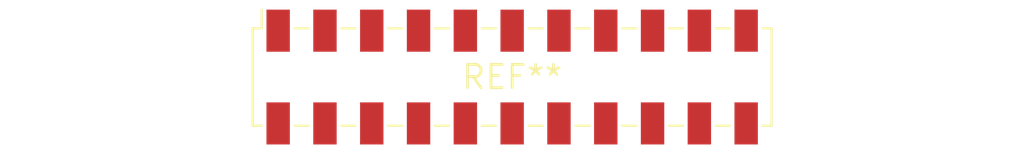
<source format=kicad_pcb>
(kicad_pcb (version 20240108) (generator pcbnew)
  (layers (0 "F.Cu" signal) (31 "B.Cu" signal) (34 "B.Paste" user) (35 "F.Paste" user) (36 "B.SilkS" user "B.Silkscreen") (37 "F.SilkS" user "F.Silkscreen") (38 "B.Mask" user) (39 "F.Mask" user) (44 "Edge.Cuts" user))
  (net 0 "")
  (footprint "Samtec_HLE-111-02-xxx-DV_2x11_P2.54mm_Horizontal" (layer "F.Cu") (at 0 0)
    (property "Reference" "REF**")
    (property "Value" "Samtec_HLE-111-02-xxx-DV_2x11_P2.54mm_Horizontal")
    (fp_line (start -14.08 -2.65) (end -14.08 2.65) (layer "F.SilkS") (stroke (width 0.12)))
    (fp_line (start -14.08 2.65) (end -13.595 2.65) (layer "F.SilkS") (stroke (width 0.12)))
    (fp_line (start -13.595 -3.67) (end -13.595 -2.65) (layer "F.SilkS") (stroke (width 0.12)))
    (fp_line (start -13.595 -2.65) (end -14.08 -2.65) (layer "F.SilkS") (stroke (width 0.12)))
    (fp_line (start -11.805 -2.65) (end -11.055 -2.65) (layer "F.SilkS") (stroke (width 0.12)))
    (fp_line (start -11.805 2.65) (end -11.055 2.65) (layer "F.SilkS") (stroke (width 0.12)))
    (fp_line (start -9.265 -2.65) (end -8.515 -2.65) (layer "F.SilkS") (stroke (width 0.12)))
    (fp_line (start -9.265 2.65) (end -8.515 2.65) (layer "F.SilkS") (stroke (width 0.12)))
    (fp_line (start -6.725 -2.65) (end -5.975 -2.65) (layer "F.SilkS") (stroke (width 0.12)))
    (fp_line (start -6.725 2.65) (end -5.975 2.65) (layer "F.SilkS") (stroke (width 0.12)))
    (fp_line (start -4.185 -2.65) (end -3.435 -2.65) (layer "F.SilkS") (stroke (width 0.12)))
    (fp_line (start -4.185 2.65) (end -3.435 2.65) (layer "F.SilkS") (stroke (width 0.12)))
    (fp_line (start -1.645 -2.65) (end -0.895 -2.65) (layer "F.SilkS") (stroke (width 0.12)))
    (fp_line (start -1.645 2.65) (end -0.895 2.65) (layer "F.SilkS") (stroke (width 0.12)))
    (fp_line (start 0.895 -2.65) (end 1.645 -2.65) (layer "F.SilkS") (stroke (width 0.12)))
    (fp_line (start 0.895 2.65) (end 1.645 2.65) (layer "F.SilkS") (stroke (width 0.12)))
    (fp_line (start 3.435 -2.65) (end 4.185 -2.65) (layer "F.SilkS") (stroke (width 0.12)))
    (fp_line (start 3.435 2.65) (end 4.185 2.65) (layer "F.SilkS") (stroke (width 0.12)))
    (fp_line (start 5.975 -2.65) (end 6.725 -2.65) (layer "F.SilkS") (stroke (width 0.12)))
    (fp_line (start 5.975 2.65) (end 6.725 2.65) (layer "F.SilkS") (stroke (width 0.12)))
    (fp_line (start 8.515 -2.65) (end 9.265 -2.65) (layer "F.SilkS") (stroke (width 0.12)))
    (fp_line (start 8.515 2.65) (end 9.265 2.65) (layer "F.SilkS") (stroke (width 0.12)))
    (fp_line (start 11.055 -2.65) (end 11.805 -2.65) (layer "F.SilkS") (stroke (width 0.12)))
    (fp_line (start 11.055 2.65) (end 11.805 2.65) (layer "F.SilkS") (stroke (width 0.12)))
    (fp_line (start 13.595 -2.65) (end 14.08 -2.65) (layer "F.SilkS") (stroke (width 0.12)))
    (fp_line (start 14.08 -2.65) (end 14.08 2.65) (layer "F.SilkS") (stroke (width 0.12)))
    (fp_line (start 14.08 2.65) (end 13.595 2.65) (layer "F.SilkS") (stroke (width 0.12)))
    (pad "1" smd rect (at -12.7 -2.525) (size 1.27 2.29) (layers "F.Cu" "F.Paste" "F.Mask"))
    (pad "2" smd rect (at -12.7 2.525) (size 1.27 2.29) (layers "F.Cu" "F.Paste" "F.Mask"))
    (pad "3" smd rect (at -10.16 -2.525) (size 1.27 2.29) (layers "F.Cu" "F.Paste" "F.Mask"))
    (pad "4" smd rect (at -10.16 2.525) (size 1.27 2.29) (layers "F.Cu" "F.Paste" "F.Mask"))
    (pad "5" smd rect (at -7.62 -2.525) (size 1.27 2.29) (layers "F.Cu" "F.Paste" "F.Mask"))
    (pad "6" smd rect (at -7.62 2.525) (size 1.27 2.29) (layers "F.Cu" "F.Paste" "F.Mask"))
    (pad "7" smd rect (at -5.08 -2.525) (size 1.27 2.29) (layers "F.Cu" "F.Paste" "F.Mask"))
    (pad "8" smd rect (at -5.08 2.525) (size 1.27 2.29) (layers "F.Cu" "F.Paste" "F.Mask"))
    (pad "9" smd rect (at -2.54 -2.525) (size 1.27 2.29) (layers "F.Cu" "F.Paste" "F.Mask"))
    (pad "10" smd rect (at -2.54 2.525) (size 1.27 2.29) (layers "F.Cu" "F.Paste" "F.Mask"))
    (pad "11" smd rect (at 0 -2.525) (size 1.27 2.29) (layers "F.Cu" "F.Paste" "F.Mask"))
    (pad "12" smd rect (at 0 2.525) (size 1.27 2.29) (layers "F.Cu" "F.Paste" "F.Mask"))
    (pad "13" smd rect (at 2.54 -2.525) (size 1.27 2.29) (layers "F.Cu" "F.Paste" "F.Mask"))
    (pad "14" smd rect (at 2.54 2.525) (size 1.27 2.29) (layers "F.Cu" "F.Paste" "F.Mask"))
    (pad "15" smd rect (at 5.08 -2.525) (size 1.27 2.29) (layers "F.Cu" "F.Paste" "F.Mask"))
    (pad "16" smd rect (at 5.08 2.525) (size 1.27 2.29) (layers "F.Cu" "F.Paste" "F.Mask"))
    (pad "17" smd rect (at 7.62 -2.525) (size 1.27 2.29) (layers "F.Cu" "F.Paste" "F.Mask"))
    (pad "18" smd rect (at 7.62 2.525) (size 1.27 2.29) (layers "F.Cu" "F.Paste" "F.Mask"))
    (pad "19" smd rect (at 10.16 -2.525) (size 1.27 2.29) (layers "F.Cu" "F.Paste" "F.Mask"))
    (pad "20" smd rect (at 10.16 2.525) (size 1.27 2.29) (layers "F.Cu" "F.Paste" "F.Mask"))
    (pad "21" smd rect (at 12.7 -2.525) (size 1.27 2.29) (layers "F.Cu" "F.Paste" "F.Mask"))
    (pad "22" smd rect (at 12.7 2.525) (size 1.27 2.29) (layers "F.Cu" "F.Paste" "F.Mask"))
  )
)
</source>
